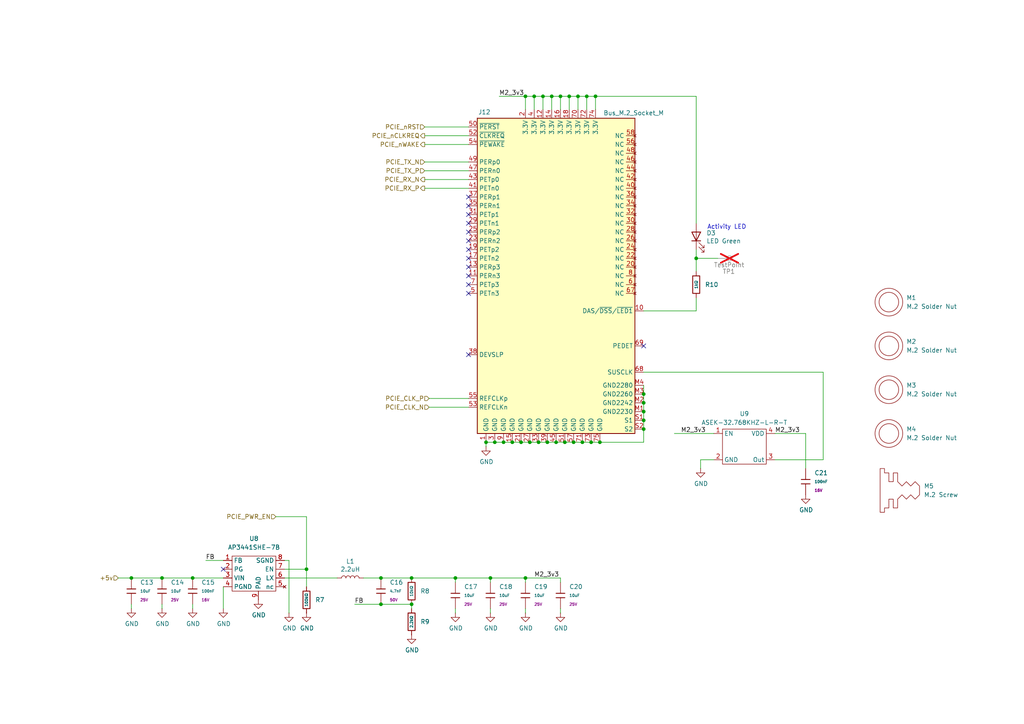
<source format=kicad_sch>
(kicad_sch (version 20250114) (generator "eeschema") (generator_version "9.0")
  (paper "A4")
  (title_block (title "PCIE Highspeed Data") (rev "1") (company "Maxwell Stoughton") (comment 1 "mstoughton.org"))
  (lib_symbols
    (symbol "CM5IO:AP3441SHE-7B"
      (property "Reference" "U10" (at 0 11.43 0))
      (property "Value" "AP3441SHE-7B" (at 0 8.89 0))
      (symbol "AP3441SHE-7B_0_1"
        (rectangle (start -6.35 6.35) (end 6.35 -3.81))
      )
      (symbol "AP3441SHE-7B_1_1"
        (pin passive line (at -8.89 5.08 0) (length 2.54) (name "FB") (number "1"))
        (pin open_collector line (at -8.89 2.54 0) (length 2.54) (name "PG") (number "2"))
        (pin input line (at -8.89 0 0) (length 2.54) (name "VIN") (number "3"))
        (pin power_in line (at -8.89 -2.54 0) (length 2.54) (name "PGND") (number "4"))
        (pin input line (at 1.27 -6.35 90) (length 2.54) (name "PAD") (number "9"))
        (pin power_in line (at 8.89 5.08 180) (length 2.54) (name "SGND") (number "8"))
        (pin input line (at 8.89 2.54 180) (length 2.54) (name "EN") (number "7"))
        (pin power_out line (at 8.89 0 180) (length 2.54) (name "LX") (number "6"))
        (pin no_connect line (at 8.89 -2.54 180) (length 2.54) (name "nc") (number "5"))
      )
    )
    (symbol "CM5IO:ASEK-32.768KHZ-L-R-T"
      (property "Reference" "U11" (at 0 9.525 0))
      (property "Value" "ASEK-32.768KHZ-L-R-T" (at 0 6.985 0))
      (symbol "ASEK-32.768KHZ-L-R-T_0_1"
        (rectangle (start -6.35 5.08) (end 6.35 -5.08))
      )
      (symbol "ASEK-32.768KHZ-L-R-T_1_1"
        (pin input line (at -8.89 3.81 0) (length 2.54) (name "EN") (number "1"))
        (pin power_in line (at -8.89 -3.81 0) (length 2.54) (name "GND") (number "2"))
        (pin passive line (at 8.89 3.81 180) (length 2.54) (name "VDD") (number "4"))
        (pin output line (at 8.89 -3.81 180) (length 2.54) (name "Out") (number "3"))
      )
    )
    (symbol "CM5IO:Bus_M.2_Socket_M"
      (property "Reference" "J15" (at -22.606 47.498 0))
      (property "Value" "Bus_M.2_Socket_M" (at 13.716 47.244 0))
      (symbol "Bus_M.2_Socket_M_0_1"
        (rectangle (start -22.86 45.72) (end 22.86 -45.72) (stroke (width 0.254)) (fill (type background)))
      )
      (symbol "Bus_M.2_Socket_M_1_1"
        (pin input line (at -25.4 43.18 0) (length 2.54) (name "~{PERST}") (number "50"))
        (pin bidirectional line (at -25.4 40.64 0) (length 2.54) (name "~{CLKREQ}") (number "52"))
        (pin bidirectional line (at -25.4 38.1 0) (length 2.54) (name "~{PEWAKE}") (number "54"))
        (pin input line (at -25.4 33.02 0) (length 2.54) (name "PERp0") (number "49"))
        (pin input line (at -25.4 30.48 0) (length 2.54) (name "PERn0") (number "47"))
        (pin output line (at -25.4 27.94 0) (length 2.54) (name "PETp0") (number "43"))
        (pin output line (at -25.4 25.4 0) (length 2.54) (name "PETn0") (number "41"))
        (pin input line (at -25.4 22.86 0) (length 2.54) (name "PERp1") (number "37"))
        (pin input line (at -25.4 20.32 0) (length 2.54) (name "PERn1") (number "35"))
        (pin output line (at -25.4 17.78 0) (length 2.54) (name "PETp1") (number "31"))
        (pin output line (at -25.4 15.24 0) (length 2.54) (name "PETn1") (number "29"))
        (pin input line (at -25.4 12.7 0) (length 2.54) (name "PERp2") (number "25"))
        (pin input line (at -25.4 10.16 0) (length 2.54) (name "PERn2") (number "23"))
        (pin output line (at -25.4 7.62 0) (length 2.54) (name "PETp2") (number "19"))
        (pin output line (at -25.4 5.08 0) (length 2.54) (name "PETn2") (number "17"))
        (pin input line (at -25.4 2.54 0) (length 2.54) (name "PERp3") (number "13"))
        (pin input line (at -25.4 0 0) (length 2.54) (name "PERn3") (number "11"))
        (pin output line (at -25.4 -2.54 0) (length 2.54) (name "PETp3") (number "7"))
        (pin output line (at -25.4 -5.08 0) (length 2.54) (name "PETn3") (number "5"))
        (pin input line (at -25.4 -22.86 0) (length 2.54) (name "DEVSLP") (number "38"))
        (pin input line (at -25.4 -35.56 0) (length 2.54) (name "REFCLKp") (number "55"))
        (pin input line (at -25.4 -38.1 0) (length 2.54) (name "REFCLKn") (number "53"))
        (pin power_in line (at -20.32 -48.26 90) (length 2.54) (name "GND") (number "1"))
        (pin power_in line (at -17.78 -48.26 90) (length 2.54) (name "GND") (number "3"))
        (pin power_in line (at -15.24 -48.26 90) (length 2.54) (name "GND") (number "9"))
        (pin power_in line (at -12.7 -48.26 90) (length 2.54) (name "GND") (number "15"))
        (pin power_in line (at -10.16 -48.26 90) (length 2.54) (name "GND") (number "21"))
        (pin passive line (at -8.89 48.26 270) (length 2.54) (name "3.3V") (number "2"))
        (pin power_in line (at -7.62 -48.26 90) (length 2.54) (name "GND") (number "27"))
        (pin passive line (at -6.35 48.26 270) (length 2.54) (name "3.3V") (number "4"))
        (pin power_in line (at -5.08 -48.26 90) (length 2.54) (name "GND") (number "33"))
        (pin passive line (at -3.81 48.26 270) (length 2.54) (name "3.3V") (number "12"))
        (pin power_in line (at -2.54 -48.26 90) (length 2.54) (name "GND") (number "39"))
        (pin passive line (at -1.27 48.26 270) (length 2.54) (name "3.3V") (number "14"))
        (pin power_in line (at 0 -48.26 90) (length 2.54) (name "GND") (number "45"))
        (pin passive line (at 1.27 48.26 270) (length 2.54) (name "3.3V") (number "16"))
        (pin power_in line (at 2.54 -48.26 90) (length 2.54) (name "GND") (number "51"))
        (pin passive line (at 3.81 48.26 270) (length 2.54) (name "3.3V") (number "18"))
        (pin power_in line (at 5.08 -48.26 90) (length 2.54) (name "GND") (number "57"))
        (pin passive line (at 6.35 48.26 270) (length 2.54) (name "3.3V") (number "70"))
        (pin power_in line (at 7.62 -48.26 90) (length 2.54) (name "GND") (number "71"))
        (pin passive line (at 8.89 48.26 270) (length 2.54) (name "3.3V") (number "72"))
        (pin power_in line (at 10.16 -48.26 90) (length 2.54) (name "GND") (number "73"))
        (pin passive line (at 11.43 48.26 270) (length 2.54) (name "3.3V") (number "74"))
        (pin power_in line (at 12.7 -48.26 90) (length 2.54) (name "GND") (number "75"))
        (pin no_connect line (at 22.86 40.64 180) (length 2.54) (name "NC") (number "58"))
        (pin no_connect line (at 22.86 38.1 180) (length 2.54) (name "NC") (number "56"))
        (pin no_connect line (at 22.86 35.56 180) (length 2.54) (name "NC") (number "48"))
        (pin no_connect line (at 22.86 33.02 180) (length 2.54) (name "NC") (number "46"))
        (pin no_connect line (at 22.86 30.48 180) (length 2.54) (name "NC") (number "44"))
        (pin no_connect line (at 22.86 27.94 180) (length 2.54) (name "NC") (number "42"))
        (pin no_connect line (at 22.86 25.4 180) (length 2.54) (name "NC") (number "40"))
        (pin no_connect line (at 22.86 22.86 180) (length 2.54) (name "NC") (number "36"))
        (pin no_connect line (at 22.86 20.32 180) (length 2.54) (name "NC") (number "34"))
        (pin no_connect line (at 22.86 17.78 180) (length 2.54) (name "NC") (number "32"))
        (pin no_connect line (at 22.86 15.24 180) (length 2.54) (name "NC") (number "30"))
        (pin no_connect line (at 22.86 12.7 180) (length 2.54) (name "NC") (number "28"))
        (pin no_connect line (at 22.86 10.16 180) (length 2.54) (name "NC") (number "26"))
        (pin no_connect line (at 22.86 7.62 180) (length 2.54) (name "NC") (number "24"))
        (pin no_connect line (at 22.86 5.08 180) (length 2.54) (name "NC") (number "22"))
        (pin no_connect line (at 22.86 2.54 180) (length 2.54) (name "NC") (number "20"))
        (pin no_connect line (at 22.86 0 180) (length 2.54) (name "NC") (number "8"))
        (pin no_connect line (at 22.86 -2.54 180) (length 2.54) (name "NC") (number "6"))
        (pin no_connect line (at 22.86 -5.08 180) (length 2.54) (name "NC") (number "67"))
        (pin bidirectional line (at 25.4 -10.16 180) (length 2.54) (name "DAS/~{DSS}/~{LED1}") (number "10"))
        (pin passive line (at 25.4 -20.32 180) (length 2.54) (name "PEDET") (number "69"))
        (pin input line (at 25.4 -27.94 180) (length 2.54) (name "SUSCLK") (number "68"))
        (pin passive line (at 25.4 -31.75 180) (length 2.54) (name "GND2280") (number "M4"))
        (pin passive line (at 25.4 -34.29 180) (length 2.54) (name "GND2260") (number "M3"))
        (pin passive line (at 25.4 -36.83 180) (length 2.54) (name "GND2242") (number "M2"))
        (pin passive line (at 25.4 -39.37 180) (length 2.54) (name "GND2230") (number "M1"))
        (pin passive line (at 25.4 -41.91 180) (length 2.54) (name "S1") (number "S1"))
        (pin passive line (at 25.4 -44.45 180) (length 2.54) (name "S2") (number "S2"))
      )
    )
    (symbol "CM5IO:M.2_Screw" (pin_numbers (hide yes)) (pin_names (offset 0) (hide yes)) (on_board no)
      (property "Reference" "M" (at -0.254 -6.35 0))
      (property "Value" "M.2 Screw" (at 0.254 -8.636 0))
      (symbol "M.2_Screw_0_1"
        (polyline (pts (xy -5.08 0) (xy -5.08 -6.35) (xy -3.81 -6.35) (xy -3.81 -5.08) (xy -2.54 -5.08) (xy -2.54 -2.54) (xy -1.27 -2.54) (xy -1.27 -5.08) (xy 0 -5.08) (xy 0 -2.54) (xy 1.27 -1.27) (xy 2.54 -2.54) (xy 3.81 -1.27) (xy 5.08 -2.54) (xy 6.35 -1.27) (xy 6.35 1.27) (xy 5.08 2.54) (xy 3.81 1.27) (xy 2.54 2.54) (xy 1.27 1.27) (xy 0 2.54) (xy 0 5.08) (xy -1.27 5.08) (xy -1.27 2.54) (xy -2.54 2.54) (xy -2.54 5.08) (xy -3.81 5.08) (xy -3.81 6.35) (xy -5.08 6.35) (xy -5.08 0)))
      )
    )
    (symbol "CM5IO:SolderNut" (pin_numbers (hide yes)) (pin_names (offset 0) (hide yes)) (exclude_from_sim yes) (on_board no)
      (property "Reference" "M" (at -6.35 -3.556 0))
      (property "Value" "M.2 Solder Nut" (at 0.254 -5.842 0))
      (symbol "SolderNut_0_1"
        (circle (center 0 0) (radius 2.8398))
        (circle (center 0 0) (radius 4.0161))
      )
    )
    (symbol "Connector:TestPoint" (pin_numbers (hide yes)) (pin_names (offset 0.762) (hide yes))
      (property "Reference" "TP" (at 0 6.858 0))
      (property "Value" "TestPoint" (at 0 5.08 0))
      (symbol "TestPoint_0_1"
        (circle (center 0 3.302) (radius 0.762))
      )
      (symbol "TestPoint_1_1"
        (pin passive line (at 0 0 90) (length 2.54) (name "1") (number "1"))
      )
    )
    (symbol "Device:L" (pin_numbers (hide yes)) (pin_names (offset 1.016) (hide yes))
      (property "Reference" "L" (at -1.27 0 90))
      (property "Value" "L" (at 1.905 0 90))
      (symbol "L_0_1"
        (arc (start 0 2.54) (mid 0.6323 1.905) (end 0 1.27))
        (arc (start 0 1.27) (mid 0.6323 0.635) (end 0 0))
        (arc (start 0 0) (mid 0.6323 -0.635) (end 0 -1.27))
        (arc (start 0 -1.27) (mid 0.6323 -1.905) (end 0 -2.54))
      )
      (symbol "L_1_1"
        (pin passive line (at 0 3.81 270) (length 1.27) (name "1") (number "1"))
        (pin passive line (at 0 -3.81 90) (length 1.27) (name "2") (number "2"))
      )
    )
    (symbol "Device:LED" (pin_numbers (hide yes)) (pin_names (offset 1.016) (hide yes))
      (property "Reference" "D" (at 0 2.54 0))
      (property "Value" "LED" (at 0 -2.54 0))
      (symbol "LED_0_1"
        (polyline (pts (xy -3.048 -0.762) (xy -4.572 -2.286) (xy -3.81 -2.286) (xy -4.572 -2.286) (xy -4.572 -1.524)))
        (polyline (pts (xy -1.778 -0.762) (xy -3.302 -2.286) (xy -2.54 -2.286) (xy -3.302 -2.286) (xy -3.302 -1.524)))
        (polyline (pts (xy -1.27 0) (xy 1.27 0)))
        (polyline (pts (xy -1.27 -1.27) (xy -1.27 1.27)) (stroke (width 0.254)))
        (polyline (pts (xy 1.27 -1.27) (xy 1.27 1.27) (xy -1.27 0) (xy 1.27 -1.27)) (stroke (width 0.254)))
      )
      (symbol "LED_1_1"
        (pin passive line (at -3.81 0 0) (length 2.54) (name "K") (number "1"))
        (pin passive line (at 3.81 0 180) (length 2.54) (name "A") (number "2"))
      )
    )
    (symbol "PCM_JLCPCB-Capacitors:0402,100nF" (pin_numbers (hide yes)) (pin_names (offset 0))
      (property "Reference" "C" (at 2.032 1.668 0))
      (property "Value" "100nF" (at 2.032 -0.3782 0))
      (property "Voltage Rated" "16V" (at 2.032 -2.0462 0))
      (symbol "0402,100nF_0_1"
        (polyline (pts (xy -1.27 0.635) (xy 1.27 0.635)) (stroke (width 0.254)))
        (polyline (pts (xy -1.27 -0.635) (xy 1.27 -0.635)) (stroke (width 0.254)))
      )
      (symbol "0402,100nF_1_1"
        (pin passive line (at 0 3.81 270) (length 3.175) (name "~") (number "1"))
        (pin passive line (at 0 -3.81 90) (length 3.175) (name "~") (number "2"))
      )
    )
    (symbol "PCM_JLCPCB-Capacitors:0402,4.7nF" (pin_numbers (hide yes)) (pin_names (offset 0))
      (property "Reference" "C" (at 2.032 1.668 0))
      (property "Value" "4.7nF" (at 2.032 -0.3782 0))
      (property "Voltage Rated" "50V" (at 2.032 -2.0462 0))
      (symbol "0402,4.7nF_0_1"
        (polyline (pts (xy -1.27 0.635) (xy 1.27 0.635)) (stroke (width 0.254)))
        (polyline (pts (xy -1.27 -0.635) (xy 1.27 -0.635)) (stroke (width 0.254)))
      )
      (symbol "0402,4.7nF_1_1"
        (pin passive line (at 0 3.81 270) (length 3.175) (name "~") (number "1"))
        (pin passive line (at 0 -3.81 90) (length 3.175) (name "~") (number "2"))
      )
    )
    (symbol "PCM_JLCPCB-Capacitors:0805,10uF" (pin_numbers (hide yes)) (pin_names (offset 0))
      (property "Reference" "C" (at 2.032 1.668 0))
      (property "Value" "10uF" (at 2.032 -0.3782 0))
      (property "Voltage Rated" "25V" (at 2.032 -2.0462 0))
      (symbol "0805,10uF_0_1"
        (polyline (pts (xy -1.27 0.635) (xy 1.27 0.635)) (stroke (width 0.254)))
        (polyline (pts (xy -1.27 -0.635) (xy 1.27 -0.635)) (stroke (width 0.254)))
      )
      (symbol "0805,10uF_1_1"
        (pin passive line (at 0 3.81 270) (length 3.175) (name "~") (number "1"))
        (pin passive line (at 0 -3.81 90) (length 3.175) (name "~") (number "2"))
      )
    )
    (symbol "PCM_JLCPCB-Resistors:0402,100kΩ" (pin_numbers (hide yes)) (pin_names (offset 0))
      (property "Reference" "R" (at 1.778 0 0))
      (property "Value" "100kΩ" (at 0 0 90))
      (symbol "0402,100kΩ_0_1"
        (rectangle (start -1.016 2.54) (end 1.016 -2.54) (stroke (width 0.254)))
      )
      (symbol "0402,100kΩ_1_1"
        (pin passive line (at 0 3.81 270) (length 1.27) (name "~") (number "1"))
        (pin passive line (at 0 -3.81 90) (length 1.27) (name "~") (number "2"))
      )
    )
    (symbol "PCM_JLCPCB-Resistors:0402,10kΩ" (pin_numbers (hide yes)) (pin_names (offset 0))
      (property "Reference" "R" (at 1.778 0 0))
      (property "Value" "10kΩ" (at 0 0 90))
      (symbol "0402,10kΩ_0_1"
        (rectangle (start -1.016 2.54) (end 1.016 -2.54) (stroke (width 0.254)))
      )
      (symbol "0402,10kΩ_1_1"
        (pin passive line (at 0 3.81 270) (length 1.27) (name "~") (number "1"))
        (pin passive line (at 0 -3.81 90) (length 1.27) (name "~") (number "2"))
      )
    )
    (symbol "PCM_JLCPCB-Resistors:0402,1kΩ" (pin_numbers (hide yes)) (pin_names (offset 0))
      (property "Reference" "R" (at 1.778 0 0))
      (property "Value" "1kΩ" (at 0 0 90))
      (symbol "0402,1kΩ_0_1"
        (rectangle (start -1.016 2.54) (end 1.016 -2.54) (stroke (width 0.254)))
      )
      (symbol "0402,1kΩ_1_1"
        (pin passive line (at 0 3.81 270) (length 1.27) (name "~") (number "1"))
        (pin passive line (at 0 -3.81 90) (length 1.27) (name "~") (number "2"))
      )
    )
    (symbol "PCM_JLCPCB-Resistors:0402,2.2kΩ" (pin_numbers (hide yes)) (pin_names (offset 0))
      (property "Reference" "R" (at 1.778 0 0))
      (property "Value" "2.2kΩ" (at 0 0 90))
      (symbol "0402,2.2kΩ_0_1"
        (rectangle (start -1.016 2.54) (end 1.016 -2.54) (stroke (width 0.254)))
      )
      (symbol "0402,2.2kΩ_1_1"
        (pin passive line (at 0 3.81 270) (length 1.27) (name "~") (number "1"))
        (pin passive line (at 0 -3.81 90) (length 1.27) (name "~") (number "2"))
      )
    )
    (symbol "power:GND" (power) (pin_numbers (hide yes)) (pin_names (offset 0) (hide yes))
      (property "Value" "GND" (at 0 -3.81 0))
      (symbol "GND_0_1"
        (polyline (pts (xy 0 0) (xy 0 -1.27) (xy 1.27 -1.27) (xy 0 -2.54) (xy -1.27 -1.27) (xy 0 -1.27)))
      )
      (symbol "GND_1_1"
        (pin power_in line (at 0 0 270) (length 0) (name "~") (number "1"))
      )
    )
  )
  (text "Activity LED" (at 205.105 66.675 0) (effects (font (size 1.27 1.27)) (justify left bottom)))
  (junction (at 156.21 128.27))
  (junction (at 170.18 27.94))
  (junction (at 110.49 175.26))
  (junction (at 143.51 128.27))
  (junction (at 171.45 128.27))
  (junction (at 165.1 27.94))
  (junction (at 158.75 128.27))
  (junction (at 153.67 128.27))
  (junction (at 173.99 128.27))
  (junction (at 55.88 167.64))
  (junction (at 132.08 167.64))
  (junction (at 88.9 165.1))
  (junction (at 154.94 27.94))
  (junction (at 142.24 167.64))
  (junction (at 186.69 121.92))
  (junction (at 186.69 116.84))
  (junction (at 38.1 167.64))
  (junction (at 119.38 175.26))
  (junction (at 166.37 128.27))
  (junction (at 146.05 128.27))
  (junction (at 152.4 27.94))
  (junction (at 46.99 167.64))
  (junction (at 163.83 128.27))
  (junction (at 148.59 128.27))
  (junction (at 119.38 167.64))
  (junction (at 167.64 27.94))
  (junction (at 161.29 128.27))
  (junction (at 186.69 124.46))
  (junction (at 186.69 114.3))
  (junction (at 140.97 128.27))
  (junction (at 160.02 27.94))
  (junction (at 162.56 27.94))
  (junction (at 186.69 119.38))
  (junction (at 110.49 167.64))
  (junction (at 201.93 74.93))
  (junction (at 152.4 167.64))
  (junction (at 172.72 27.94))
  (junction (at 151.13 128.27))
  (junction (at 168.91 128.27))
  (junction (at 157.48 27.94))
  (no_connect (at 64.77 165.1))
  (no_connect (at 135.89 80.01))
  (no_connect (at 135.89 85.09))
  (no_connect (at 135.89 72.39))
  (no_connect (at 135.89 82.55))
  (no_connect (at 135.89 57.15))
  (no_connect (at 135.89 102.87))
  (no_connect (at 135.89 77.47))
  (no_connect (at 186.69 100.33))
  (no_connect (at 135.89 67.31))
  (no_connect (at 135.89 62.23))
  (no_connect (at 135.89 74.93))
  (no_connect (at 135.89 69.85))
  (no_connect (at 135.89 64.77))
  (no_connect (at 135.89 59.69))
  (wire (pts (xy 186.69 124.46) (xy 186.69 128.27)))
  (wire (pts (xy 140.97 128.27) (xy 143.51 128.27)))
  (wire (pts (xy 167.64 27.94) (xy 170.18 27.94)))
  (wire (pts (xy 162.56 27.94) (xy 162.56 31.75)))
  (wire (pts (xy 195.58 125.73) (xy 207.01 125.73)))
  (wire (pts (xy 201.93 27.94) (xy 201.93 64.77)))
  (wire (pts (xy 105.41 167.64) (xy 110.49 167.64)))
  (wire (pts (xy 152.4 27.94) (xy 154.94 27.94)))
  (wire (pts (xy 173.99 128.27) (xy 171.45 128.27)))
  (wire (pts (xy 123.19 52.07) (xy 135.89 52.07)))
  (wire (pts (xy 142.24 167.64) (xy 152.4 167.64)))
  (wire (pts (xy 88.9 165.1) (xy 88.9 170.18)))
  (wire (pts (xy 152.4 167.64) (xy 162.56 167.64)))
  (wire (pts (xy 124.46 115.57) (xy 135.89 115.57)))
  (wire (pts (xy 59.69 162.56) (xy 64.77 162.56)))
  (wire (pts (xy 135.89 46.99) (xy 123.19 46.99)))
  (wire (pts (xy 156.21 128.27) (xy 153.67 128.27)))
  (wire (pts (xy 55.88 175.26) (xy 55.88 176.53)))
  (wire (pts (xy 154.94 27.94) (xy 157.48 27.94)))
  (wire (pts (xy 186.69 119.38) (xy 186.69 121.92)))
  (wire (pts (xy 186.69 121.92) (xy 186.69 124.46)))
  (wire (pts (xy 165.1 27.94) (xy 165.1 31.75)))
  (wire (pts (xy 123.19 54.61) (xy 135.89 54.61)))
  (wire (pts (xy 171.45 128.27) (xy 168.91 128.27)))
  (wire (pts (xy 123.19 49.53) (xy 135.89 49.53)))
  (wire (pts (xy 34.29 167.64) (xy 38.1 167.64)))
  (wire (pts (xy 201.93 90.17) (xy 201.93 86.36)))
  (wire (pts (xy 172.72 27.94) (xy 201.93 27.94)))
  (wire (pts (xy 82.55 165.1) (xy 88.9 165.1)))
  (wire (pts (xy 132.08 167.64) (xy 142.24 167.64)))
  (wire (pts (xy 186.69 116.84) (xy 186.69 119.38)))
  (wire (pts (xy 55.88 167.64) (xy 64.77 167.64)))
  (wire (pts (xy 167.64 27.94) (xy 167.64 31.75)))
  (wire (pts (xy 186.69 114.3) (xy 186.69 116.84)))
  (wire (pts (xy 152.4 167.64) (xy 152.4 168.91)))
  (wire (pts (xy 186.69 128.27) (xy 173.99 128.27)))
  (wire (pts (xy 168.91 128.27) (xy 166.37 128.27)))
  (wire (pts (xy 110.49 167.64) (xy 119.38 167.64)))
  (wire (pts (xy 152.4 176.53) (xy 152.4 177.8)))
  (wire (pts (xy 158.75 128.27) (xy 161.29 128.27)))
  (wire (pts (xy 166.37 128.27) (xy 163.83 128.27)))
  (wire (pts (xy 170.18 27.94) (xy 172.72 27.94)))
  (wire (pts (xy 82.55 167.64) (xy 97.79 167.64)))
  (wire (pts (xy 201.93 74.93) (xy 208.28 74.93)))
  (wire (pts (xy 238.76 133.35) (xy 224.79 133.35)))
  (wire (pts (xy 157.48 27.94) (xy 160.02 27.94)))
  (wire (pts (xy 203.2 135.89) (xy 203.2 133.35)))
  (wire (pts (xy 157.48 27.94) (xy 157.48 31.75)))
  (wire (pts (xy 186.69 111.76) (xy 186.69 114.3)))
  (wire (pts (xy 152.4 27.94) (xy 152.4 31.75)))
  (wire (pts (xy 38.1 167.64) (xy 46.99 167.64)))
  (wire (pts (xy 46.99 167.64) (xy 55.88 167.64)))
  (wire (pts (xy 119.38 167.64) (xy 132.08 167.64)))
  (wire (pts (xy 88.9 149.86) (xy 88.9 165.1)))
  (wire (pts (xy 172.72 27.94) (xy 172.72 31.75)))
  (wire (pts (xy 124.46 118.11) (xy 135.89 118.11)))
  (wire (pts (xy 102.87 175.26) (xy 110.49 175.26)))
  (wire (pts (xy 123.19 39.37) (xy 135.89 39.37)))
  (wire (pts (xy 38.1 175.26) (xy 38.1 176.53)))
  (wire (pts (xy 123.19 41.91) (xy 135.89 41.91)))
  (wire (pts (xy 132.08 168.91) (xy 132.08 167.64)))
  (wire (pts (xy 146.05 128.27) (xy 143.51 128.27)))
  (wire (pts (xy 110.49 175.26) (xy 119.38 175.26)))
  (wire (pts (xy 82.55 162.56) (xy 83.82 162.56)))
  (wire (pts (xy 140.97 128.27) (xy 140.97 129.54)))
  (wire (pts (xy 148.59 128.27) (xy 151.13 128.27)))
  (wire (pts (xy 186.69 90.17) (xy 201.93 90.17)))
  (wire (pts (xy 144.78 27.94) (xy 152.4 27.94)))
  (wire (pts (xy 162.56 27.94) (xy 165.1 27.94)))
  (wire (pts (xy 186.69 107.95) (xy 238.76 107.95)))
  (wire (pts (xy 233.68 125.73) (xy 224.79 125.73)))
  (wire (pts (xy 142.24 167.64) (xy 142.24 168.91)))
  (wire (pts (xy 163.83 128.27) (xy 161.29 128.27)))
  (wire (pts (xy 80.01 149.86) (xy 88.9 149.86)))
  (wire (pts (xy 46.99 175.26) (xy 46.99 176.53)))
  (wire (pts (xy 151.13 128.27) (xy 153.67 128.27)))
  (wire (pts (xy 156.21 128.27) (xy 158.75 128.27)))
  (wire (pts (xy 132.08 177.8) (xy 132.08 176.53)))
  (wire (pts (xy 201.93 74.93) (xy 201.93 78.74)))
  (wire (pts (xy 160.02 27.94) (xy 160.02 31.75)))
  (wire (pts (xy 201.93 74.93) (xy 201.93 72.39)))
  (wire (pts (xy 162.56 176.53) (xy 162.56 177.8)))
  (wire (pts (xy 203.2 133.35) (xy 207.01 133.35)))
  (wire (pts (xy 233.68 135.89) (xy 233.68 125.73)))
  (wire (pts (xy 64.77 176.53) (xy 64.77 170.18)))
  (wire (pts (xy 162.56 167.64) (xy 162.56 168.91)))
  (wire (pts (xy 154.94 27.94) (xy 154.94 31.75)))
  (wire (pts (xy 142.24 176.53) (xy 142.24 177.8)))
  (wire (pts (xy 165.1 27.94) (xy 167.64 27.94)))
  (wire (pts (xy 119.38 176.53) (xy 119.38 175.26)))
  (wire (pts (xy 146.05 128.27) (xy 148.59 128.27)))
  (wire (pts (xy 123.19 36.83) (xy 135.89 36.83)))
  (wire (pts (xy 160.02 27.94) (xy 162.56 27.94)))
  (wire (pts (xy 170.18 27.94) (xy 170.18 31.75)))
  (wire (pts (xy 238.76 107.95) (xy 238.76 133.35)))
  (wire (pts (xy 83.82 162.56) (xy 83.82 177.8)))
  (label "M2_3v3" (at 154.94 167.64 0))
  (label "FB" (at 59.69 162.56 0))
  (label "M2_3v3" (at 224.79 125.73 0))
  (label "M2_3v3" (at 197.485 125.73 0))
  (label "M2_3v3" (at 144.78 27.94 0))
  (label "FB" (at 102.87 175.26 0))
  (hierarchical_label "PCIE_RX_N" (shape output) (at 123.19 52.07 180))
  (hierarchical_label "PCIE_CLK_N" (shape input) (at 124.46 118.11 180))
  (hierarchical_label "PCIE_TX_P" (shape input) (at 123.19 49.53 180))
  (hierarchical_label "PCIE_nCLKREQ" (shape output) (at 123.19 39.37 180))
  (hierarchical_label "PCIE_RX_P" (shape output) (at 123.19 54.61 180))
  (hierarchical_label "PCIE_PWR_EN" (shape input) (at 80.01 149.86 180))
  (hierarchical_label "PCIE_nWAKE" (shape output) (at 123.19 41.91 180))
  (hierarchical_label "PCIE_TX_N" (shape input) (at 123.19 46.99 180))
  (hierarchical_label "PCIE_nRST" (shape input) (at 123.19 36.83 180))
  (hierarchical_label "+5v" (shape input) (at 34.29 167.64 180))
  (hierarchical_label "PCIE_CLK_P" (shape input) (at 124.46 115.57 180))
  (symbol (lib_id "Device:LED") (at 201.93 68.58 90) (unit 1)
    (property "Reference" "D3" (at 204.9018 67.5894 90) (effects (justify right)))
    (property "Value" "LED Green" (at 204.9018 69.9008 90) (effects (justify right)))
    (property "Footprint" "LED_SMD:LED_0603_1608Metric" (effects (hide yes)))
    (property "Datasheet" "http://optoelectronics.liteon.com/upload/download/DS22-2000-226/LTST-S270KGKT.pdf" (effects (hide yes)))
    (property "Field4" "Digikey " (effects (hide yes)))
    (property "Field5" "LTST-S270KGKT" (effects (hide yes)))
    (property "Field6" "SML-A12M8TT86N" (effects (hide yes)))
    (property "Field7" "Rohm" (effects (hide yes)))
    (property "Field8" "650263301" (effects (hide yes)))
    (property "Part Description" "	Green 572nm LED Indication - Discrete 2.2V 2-SMD, No Lead" (effects (hide yes)))
  )
  (symbol (lib_id "PCM_JLCPCB-Resistors:0402,2.2kΩ") (at 119.38 180.34 0) (unit 1)
    (property "Reference" "R9" (at 121.92 180.3399 0) (effects (justify left)))
    (property "Value" "2.2kΩ" (at 119.38 180.34 90) (effects (font (size 0.8 0.8))))
    (property "Footprint" "PCM_JLCPCB:R_0402" (effects (hide yes)))
    (property "Datasheet" "https://www.lcsc.com/datasheet/lcsc_datasheet_2206010045_UNI-ROYAL-Uniroyal-Elec-0402WGF2201TCE_C25879.pdf" (effects (hide yes)))
    (property "Description" "62.5mW Thick Film Resistors 50V ±100ppm/°C ±1% 2.2kΩ 0402 Chip Resistor - Surface Mount ROHS" (effects (hide yes)))
    (property "LCSC" "C25879" (effects (hide yes)))
    (property "Stock" "2811503" (effects (hide yes)))
    (property "Price" "0.004USD" (effects (hide yes)))
    (property "Process" "SMT" (effects (hide yes)))
    (property "Minimum Qty" "20" (effects (hide yes)))
    (property "Attrition Qty" "10" (effects (hide yes)))
    (property "Class" "Basic Component" (effects (hide yes)))
    (property "Category" "Resistors,Chip Resistor - Surface Mount" (effects (hide yes)))
    (property "Manufacturer" "UNI-ROYAL(Uniroyal Elec)" (effects (hide yes)))
    (property "Part" "0402WGF2201TCE" (effects (hide yes)))
    (property "Resistance" "2.2kΩ" (effects (hide yes)))
    (property "Power(Watts)" "62.5mW" (effects (hide yes)))
    (property "Type" "Thick Film Resistors" (effects (hide yes)))
    (property "Overload Voltage (Max)" "50V" (effects (hide yes)))
    (property "Operating Temperature Range" "-55°C~+155°C" (effects (hide yes)))
    (property "Tolerance" "±1%" (effects (hide yes)))
    (property "Temperature Coefficient" "±100ppm/°C" (effects (hide yes)))
  )
  (symbol (lib_id "power:GND") (at 152.4 177.8 0) (unit 1)
    (property "Reference" "#PWR053" (effects (hide yes)))
    (property "Value" "GND" (at 152.527 182.1942 0))
    (property "Description" "Power symbol creates a global label with name \"GND\" , ground" (effects (hide yes)))
  )
  (symbol (lib_id "PCM_JLCPCB-Resistors:0402,1kΩ") (at 201.93 82.55 0) (unit 1)
    (property "Reference" "R10" (at 204.47 82.5499 0) (effects (justify left)))
    (property "Value" "1kΩ" (at 201.93 82.55 90) (effects (font (size 0.8 0.8))))
    (property "Footprint" "PCM_JLCPCB:R_0402" (effects (hide yes)))
    (property "Datasheet" "https://www.lcsc.com/datasheet/lcsc_datasheet_2206010216_UNI-ROYAL-Uniroyal-Elec-0402WGF1001TCE_C11702.pdf" (effects (hide yes)))
    (property "Description" "62.5mW Thick Film Resistors 50V ±100ppm/°C ±1% 1kΩ 0402 Chip Resistor - Surface Mount ROHS" (effects (hide yes)))
    (property "LCSC" "C11702" (effects (hide yes)))
    (property "Stock" "13195325" (effects (hide yes)))
    (property "Price" "0.004USD" (effects (hide yes)))
    (property "Process" "SMT" (effects (hide yes)))
    (property "Minimum Qty" "20" (effects (hide yes)))
    (property "Attrition Qty" "10" (effects (hide yes)))
    (property "Class" "Basic Component" (effects (hide yes)))
    (property "Category" "Resistors,Chip Resistor - Surface Mount" (effects (hide yes)))
    (property "Manufacturer" "UNI-ROYAL(Uniroyal Elec)" (effects (hide yes)))
    (property "Part" "0402WGF1001TCE" (effects (hide yes)))
    (property "Resistance" "1kΩ" (effects (hide yes)))
    (property "Power(Watts)" "62.5mW" (effects (hide yes)))
    (property "Type" "Thick Film Resistors" (effects (hide yes)))
    (property "Overload Voltage (Max)" "50V" (effects (hide yes)))
    (property "Operating Temperature Range" "-55°C~+155°C" (effects (hide yes)))
    (property "Tolerance" "±1%" (effects (hide yes)))
    (property "Temperature Coefficient" "±100ppm/°C" (effects (hide yes)))
  )
  (symbol (lib_id "Connector:TestPoint") (at 208.28 74.93 270) (unit 1) (in_bom no) (dnp yes)
    (property "Reference" "TP1" (at 209.55 78.74 90) (effects (justify left)))
    (property "Value" "TestPoint" (at 207.01 76.835 90) (effects (justify left)))
    (property "Footprint" "TestPoint:TestPoint_Pad_2.0x2.0mm" (effects (hide yes)))
    (property "Field4" "nf" (effects (hide yes)))
    (property "Field5" "nf" (effects (hide yes)))
    (property "Field6" "nf" (effects (hide yes)))
    (property "Field7" "nf" (effects (hide yes)))
    (property "Part Description" "Test point" (effects (hide yes)))
  )
  (symbol (lib_id "PCM_JLCPCB-Capacitors:0805,10uF") (at 132.08 172.72 0) (unit 1)
    (property "Reference" "C17" (at 134.62 170.1799 0) (effects (justify left)))
    (property "Value" "10uF" (at 134.62 172.72 0) (effects (font (size 0.8 0.8)) (justify left)))
    (property "Footprint" "PCM_JLCPCB:C_0805" (effects (hide yes)))
    (property "Datasheet" "https://www.lcsc.com/datasheet/lcsc_datasheet_2304140030_Samsung-Electro-Mechanics-CL21A106KAYNNNE_C15850.pdf" (effects (hide yes)))
    (property "Description" "25V 10uF X5R ±10% 0805 Multilayer Ceramic Capacitors MLCC - SMD/SMT ROHS" (effects (hide yes)))
    (property "LCSC" "C15850" (effects (hide yes)))
    (property "Stock" "6572470" (effects (hide yes)))
    (property "Price" "0.013USD" (effects (hide yes)))
    (property "Process" "SMT" (effects (hide yes)))
    (property "Minimum Qty" "20" (effects (hide yes)))
    (property "Attrition Qty" "10" (effects (hide yes)))
    (property "Class" "Basic Component" (effects (hide yes)))
    (property "Category" "Capacitors,Multilayer Ceramic Capacitors MLCC - SMD/SMT" (effects (hide yes)))
    (property "Manufacturer" "Samsung Electro-Mechanics" (effects (hide yes)))
    (property "Part" "CL21A106KAYNNNE" (effects (hide yes)))
    (property "Voltage Rated" "25V" (at 134.62 175.26 0) (effects (font (size 0.8 0.8)) (justify left)))
    (property "Tolerance" "±10%" (effects (hide yes)))
    (property "Capacitance" "10uF" (effects (hide yes)))
    (property "Temperature Coefficient" "X5R" (effects (hide yes)))
  )
  (symbol (lib_id "PCM_JLCPCB-Capacitors:0805,10uF") (at 162.56 172.72 0) (unit 1)
    (property "Reference" "C20" (at 165.1 170.1799 0) (effects (justify left)))
    (property "Value" "10uF" (at 165.1 172.72 0) (effects (font (size 0.8 0.8)) (justify left)))
    (property "Footprint" "PCM_JLCPCB:C_0805" (effects (hide yes)))
    (property "Datasheet" "https://www.lcsc.com/datasheet/lcsc_datasheet_2304140030_Samsung-Electro-Mechanics-CL21A106KAYNNNE_C15850.pdf" (effects (hide yes)))
    (property "Description" "25V 10uF X5R ±10% 0805 Multilayer Ceramic Capacitors MLCC - SMD/SMT ROHS" (effects (hide yes)))
    (property "LCSC" "C15850" (effects (hide yes)))
    (property "Stock" "6572470" (effects (hide yes)))
    (property "Price" "0.013USD" (effects (hide yes)))
    (property "Process" "SMT" (effects (hide yes)))
    (property "Minimum Qty" "20" (effects (hide yes)))
    (property "Attrition Qty" "10" (effects (hide yes)))
    (property "Class" "Basic Component" (effects (hide yes)))
    (property "Category" "Capacitors,Multilayer Ceramic Capacitors MLCC - SMD/SMT" (effects (hide yes)))
    (property "Manufacturer" "Samsung Electro-Mechanics" (effects (hide yes)))
    (property "Part" "CL21A106KAYNNNE" (effects (hide yes)))
    (property "Voltage Rated" "25V" (at 165.1 175.26 0) (effects (font (size 0.8 0.8)) (justify left)))
    (property "Tolerance" "±10%" (effects (hide yes)))
    (property "Capacitance" "10uF" (effects (hide yes)))
    (property "Temperature Coefficient" "X5R" (effects (hide yes)))
  )
  (symbol (lib_id "power:GND") (at 46.99 176.53 0) (unit 1)
    (property "Reference" "#PWR043" (effects (hide yes)))
    (property "Value" "GND" (at 47.117 180.9242 0))
    (property "Description" "Power symbol creates a global label with name \"GND\" , ground" (effects (hide yes)))
  )
  (symbol (lib_id "PCM_JLCPCB-Capacitors:0805,10uF") (at 152.4 172.72 0) (unit 1)
    (property "Reference" "C19" (at 154.94 170.1799 0) (effects (justify left)))
    (property "Value" "10uF" (at 154.94 172.72 0) (effects (font (size 0.8 0.8)) (justify left)))
    (property "Footprint" "PCM_JLCPCB:C_0805" (effects (hide yes)))
    (property "Datasheet" "https://www.lcsc.com/datasheet/lcsc_datasheet_2304140030_Samsung-Electro-Mechanics-CL21A106KAYNNNE_C15850.pdf" (effects (hide yes)))
    (property "Description" "25V 10uF X5R ±10% 0805 Multilayer Ceramic Capacitors MLCC - SMD/SMT ROHS" (effects (hide yes)))
    (property "LCSC" "C15850" (effects (hide yes)))
    (property "Stock" "6572470" (effects (hide yes)))
    (property "Price" "0.013USD" (effects (hide yes)))
    (property "Process" "SMT" (effects (hide yes)))
    (property "Minimum Qty" "20" (effects (hide yes)))
    (property "Attrition Qty" "10" (effects (hide yes)))
    (property "Class" "Basic Component" (effects (hide yes)))
    (property "Category" "Capacitors,Multilayer Ceramic Capacitors MLCC - SMD/SMT" (effects (hide yes)))
    (property "Manufacturer" "Samsung Electro-Mechanics" (effects (hide yes)))
    (property "Part" "CL21A106KAYNNNE" (effects (hide yes)))
    (property "Voltage Rated" "25V" (at 154.94 175.26 0) (effects (font (size 0.8 0.8)) (justify left)))
    (property "Tolerance" "±10%" (effects (hide yes)))
    (property "Capacitance" "10uF" (effects (hide yes)))
    (property "Temperature Coefficient" "X5R" (effects (hide yes)))
  )
  (symbol (lib_id "power:GND") (at 140.97 129.54 0) (unit 1)
    (property "Reference" "#PWR051" (effects (hide yes)))
    (property "Value" "GND" (at 141.097 133.9342 0))
    (property "Description" "Power symbol creates a global label with name \"GND\" , ground" (effects (hide yes)))
  )
  (symbol (lib_id "power:GND") (at 162.56 177.8 0) (unit 1)
    (property "Reference" "#PWR054" (effects (hide yes)))
    (property "Value" "GND" (at 162.687 182.1942 0))
    (property "Description" "Power symbol creates a global label with name \"GND\" , ground" (effects (hide yes)))
  )
  (symbol (lib_id "CM5IO:SolderNut") (at 257.81 113.03 0) (unit 1) (exclude_from_sim yes) (on_board no)
    (property "Reference" "M3" (at 262.89 111.7599 0) (effects (justify left)))
    (property "Value" "M.2 Solder Nut" (at 262.89 114.2999 0) (effects (justify left)))
    (property "Part Description" "Solder nut for M.2 slot" (effects (hide yes)))
  )
  (symbol (lib_id "Device:L") (at 101.6 167.64 90) (unit 1)
    (property "Reference" "L1" (at 101.6 162.814 90))
    (property "Value" "2.2uH" (at 101.6 165.1254 90))
    (property "Footprint" "CM5IO:L_Bourns_SRP5030CC" (effects (hide yes)))
    (property "Datasheet" "https://www.bourns.com/docs/product-datasheets/srp5030cc.pdf" (effects (hide yes)))
    (property "Field6" "SRP5030CC-2R2M" (effects (hide yes)))
    (property "Field7" "Bourns" (effects (hide yes)))
    (property "Part Description" "Inductor, SMT, 2520, 2u2, IRMS=7A, ISAT=8A, DCR=0.032R" (effects (hide yes)))
    (property "Field5" "SRP5030CC-2R2M" (effects (hide yes)))
  )
  (symbol (lib_id "power:GND") (at 64.77 176.53 0) (unit 1)
    (property "Reference" "#PWR045" (effects (hide yes)))
    (property "Value" "GND" (at 64.897 180.9242 0))
    (property "Description" "Power symbol creates a global label with name \"GND\" , ground" (effects (hide yes)))
  )
  (symbol (lib_id "PCM_JLCPCB-Capacitors:0402,100nF") (at 55.88 171.45 0) (unit 1)
    (property "Reference" "C15" (at 58.42 168.9099 0) (effects (justify left)))
    (property "Value" "100nF" (at 58.42 171.45 0) (effects (font (size 0.8 0.8)) (justify left)))
    (property "Footprint" "PCM_JLCPCB:C_0402" (effects (hide yes)))
    (property "Datasheet" "https://www.lcsc.com/datasheet/lcsc_datasheet_2304140030_Samsung-Electro-Mechanics-CL05B104KO5NNNC_C1525.pdf" (effects (hide yes)))
    (property "Description" "16V 100nF X7R ±10% 0402 Multilayer Ceramic Capacitors MLCC - SMD/SMT ROHS" (effects (hide yes)))
    (property "LCSC" "C1525" (effects (hide yes)))
    (property "Stock" "17143248" (effects (hide yes)))
    (property "Price" "0.004USD" (effects (hide yes)))
    (property "Process" "SMT" (effects (hide yes)))
    (property "Minimum Qty" "20" (effects (hide yes)))
    (property "Attrition Qty" "10" (effects (hide yes)))
    (property "Class" "Basic Component" (effects (hide yes)))
    (property "Category" "Capacitors,Multilayer Ceramic Capacitors MLCC - SMD/SMT" (effects (hide yes)))
    (property "Manufacturer" "Samsung Electro-Mechanics" (effects (hide yes)))
    (property "Part" "CL05B104KO5NNNC" (effects (hide yes)))
    (property "Voltage Rated" "16V" (at 58.42 173.99 0) (effects (font (size 0.8 0.8)) (justify left)))
    (property "Tolerance" "±10%" (effects (hide yes)))
    (property "Capacitance" "100nF" (effects (hide yes)))
    (property "Temperature Coefficient" "X7R" (effects (hide yes)))
  )
  (symbol (lib_id "PCM_JLCPCB-Capacitors:0805,10uF") (at 38.1 171.45 0) (unit 1)
    (property "Reference" "C13" (at 40.64 168.9099 0) (effects (justify left)))
    (property "Value" "10uF" (at 40.64 171.45 0) (effects (font (size 0.8 0.8)) (justify left)))
    (property "Footprint" "PCM_JLCPCB:C_0805" (effects (hide yes)))
    (property "Datasheet" "https://www.lcsc.com/datasheet/lcsc_datasheet_2304140030_Samsung-Electro-Mechanics-CL21A106KAYNNNE_C15850.pdf" (effects (hide yes)))
    (property "Description" "25V 10uF X5R ±10% 0805 Multilayer Ceramic Capacitors MLCC - SMD/SMT ROHS" (effects (hide yes)))
    (property "LCSC" "C15850" (effects (hide yes)))
    (property "Stock" "6572470" (effects (hide yes)))
    (property "Price" "0.013USD" (effects (hide yes)))
    (property "Process" "SMT" (effects (hide yes)))
    (property "Minimum Qty" "20" (effects (hide yes)))
    (property "Attrition Qty" "10" (effects (hide yes)))
    (property "Class" "Basic Component" (effects (hide yes)))
    (property "Category" "Capacitors,Multilayer Ceramic Capacitors MLCC - SMD/SMT" (effects (hide yes)))
    (property "Manufacturer" "Samsung Electro-Mechanics" (effects (hide yes)))
    (property "Part" "CL21A106KAYNNNE" (effects (hide yes)))
    (property "Voltage Rated" "25V" (at 40.64 173.99 0) (effects (font (size 0.8 0.8)) (justify left)))
    (property "Tolerance" "±10%" (effects (hide yes)))
    (property "Capacitance" "10uF" (effects (hide yes)))
    (property "Temperature Coefficient" "X5R" (effects (hide yes)))
  )
  (symbol (lib_id "CM5IO:ASEK-32.768KHZ-L-R-T") (at 215.9 129.54 0) (unit 1)
    (property "Reference" "U9" (at 215.9 120.015 0))
    (property "Value" "ASEK-32.768KHZ-L-R-T" (at 215.9 122.555 0))
    (property "Footprint" "Crystal:Crystal_SMD_3225-4Pin_3.2x2.5mm" (effects (hide yes)))
    (property "Datasheet" "https://abracon.com/Oscillators/ASEK.pdf" (effects (hide yes)))
    (property "Field5" "ASEK-32.768KHZ-L-R-T" (effects (hide yes)))
    (property "Field6" "ASEK-32.768KHZ-L-R-T" (effects (hide yes)))
    (property "Field7" "abracon" (effects (hide yes)))
    (property "Part Description" "32KHz Xtal oscilator" (effects (hide yes)))
  )
  (symbol (lib_id "CM5IO:AP3441SHE-7B") (at 73.66 167.64 0) (unit 1)
    (property "Reference" "U8" (at 73.66 156.21 0))
    (property "Value" "AP3441SHE-7B" (at 73.66 158.75 0))
    (property "Footprint" "Package_DFN_QFN:DFN-8-1EP_2x2mm_P0.5mm_EP1.05x1.75mm" (effects (hide yes)))
    (property "Datasheet" "https://www.diodes.com/assets/Datasheets/AP3441-L.pdf" (effects (hide yes)))
    (property "Field5" "AP3441SHE-7B" (effects (hide yes)))
    (property "Field6" "AP3441SHE-7B" (effects (hide yes)))
    (property "Field7" "Diodes" (effects (hide yes)))
    (property "Part Description" "3A DC-DC converter" (effects (hide yes)))
  )
  (symbol (lib_id "PCM_JLCPCB-Capacitors:0805,10uF") (at 142.24 172.72 0) (unit 1)
    (property "Reference" "C18" (at 144.78 170.1799 0) (effects (justify left)))
    (property "Value" "10uF" (at 144.78 172.72 0) (effects (font (size 0.8 0.8)) (justify left)))
    (property "Footprint" "PCM_JLCPCB:C_0805" (effects (hide yes)))
    (property "Datasheet" "https://www.lcsc.com/datasheet/lcsc_datasheet_2304140030_Samsung-Electro-Mechanics-CL21A106KAYNNNE_C15850.pdf" (effects (hide yes)))
    (property "Description" "25V 10uF X5R ±10% 0805 Multilayer Ceramic Capacitors MLCC - SMD/SMT ROHS" (effects (hide yes)))
    (property "LCSC" "C15850" (effects (hide yes)))
    (property "Stock" "6572470" (effects (hide yes)))
    (property "Price" "0.013USD" (effects (hide yes)))
    (property "Process" "SMT" (effects (hide yes)))
    (property "Minimum Qty" "20" (effects (hide yes)))
    (property "Attrition Qty" "10" (effects (hide yes)))
    (property "Class" "Basic Component" (effects (hide yes)))
    (property "Category" "Capacitors,Multilayer Ceramic Capacitors MLCC - SMD/SMT" (effects (hide yes)))
    (property "Manufacturer" "Samsung Electro-Mechanics" (effects (hide yes)))
    (property "Part" "CL21A106KAYNNNE" (effects (hide yes)))
    (property "Voltage Rated" "25V" (at 144.78 175.26 0) (effects (font (size 0.8 0.8)) (justify left)))
    (property "Tolerance" "±10%" (effects (hide yes)))
    (property "Capacitance" "10uF" (effects (hide yes)))
    (property "Temperature Coefficient" "X5R" (effects (hide yes)))
  )
  (symbol (lib_id "PCM_JLCPCB-Capacitors:0402,100nF") (at 233.68 139.7 0) (unit 1)
    (property "Reference" "C21" (at 236.22 137.1599 0) (effects (justify left)))
    (property "Value" "100nF" (at 236.22 139.7 0) (effects (font (size 0.8 0.8)) (justify left)))
    (property "Footprint" "PCM_JLCPCB:C_0402" (effects (hide yes)))
    (property "Datasheet" "https://www.lcsc.com/datasheet/lcsc_datasheet_2304140030_Samsung-Electro-Mechanics-CL05B104KO5NNNC_C1525.pdf" (effects (hide yes)))
    (property "Description" "16V 100nF X7R ±10% 0402 Multilayer Ceramic Capacitors MLCC - SMD/SMT ROHS" (effects (hide yes)))
    (property "LCSC" "C1525" (effects (hide yes)))
    (property "Stock" "17143248" (effects (hide yes)))
    (property "Price" "0.004USD" (effects (hide yes)))
    (property "Process" "SMT" (effects (hide yes)))
    (property "Minimum Qty" "20" (effects (hide yes)))
    (property "Attrition Qty" "10" (effects (hide yes)))
    (property "Class" "Basic Component" (effects (hide yes)))
    (property "Category" "Capacitors,Multilayer Ceramic Capacitors MLCC - SMD/SMT" (effects (hide yes)))
    (property "Manufacturer" "Samsung Electro-Mechanics" (effects (hide yes)))
    (property "Part" "CL05B104KO5NNNC" (effects (hide yes)))
    (property "Voltage Rated" "16V" (at 236.22 142.24 0) (effects (font (size 0.8 0.8)) (justify left)))
    (property "Tolerance" "±10%" (effects (hide yes)))
    (property "Capacitance" "100nF" (effects (hide yes)))
    (property "Temperature Coefficient" "X7R" (effects (hide yes)))
  )
  (symbol (lib_id "power:GND") (at 38.1 176.53 0) (unit 1)
    (property "Reference" "#PWR042" (effects (hide yes)))
    (property "Value" "GND" (at 38.227 180.9242 0))
    (property "Description" "Power symbol creates a global label with name \"GND\" , ground" (effects (hide yes)))
  )
  (symbol (lib_id "PCM_JLCPCB-Resistors:0402,100kΩ") (at 88.9 173.99 0) (unit 1)
    (property "Reference" "R7" (at 91.44 173.9899 0) (effects (justify left)))
    (property "Value" "100kΩ" (at 88.9 173.99 90) (effects (font (size 0.8 0.8))))
    (property "Footprint" "PCM_JLCPCB:R_0402" (effects (hide yes)))
    (property "Datasheet" "https://www.lcsc.com/datasheet/lcsc_datasheet_2206010100_UNI-ROYAL-Uniroyal-Elec-0402WGF1003TCE_C25741.pdf" (effects (hide yes)))
    (property "Description" "62.5mW Thick Film Resistors 50V ±100ppm/°C ±1% 100kΩ 0402 Chip Resistor - Surface Mount ROHS" (effects (hide yes)))
    (property "LCSC" "C25741" (effects (hide yes)))
    (property "Stock" "4534770" (effects (hide yes)))
    (property "Price" "0.004USD" (effects (hide yes)))
    (property "Process" "SMT" (effects (hide yes)))
    (property "Minimum Qty" "20" (effects (hide yes)))
    (property "Attrition Qty" "10" (effects (hide yes)))
    (property "Class" "Basic Component" (effects (hide yes)))
    (property "Category" "Resistors,Chip Resistor - Surface Mount" (effects (hide yes)))
    (property "Manufacturer" "UNI-ROYAL(Uniroyal Elec)" (effects (hide yes)))
    (property "Part" "0402WGF1003TCE" (effects (hide yes)))
    (property "Resistance" "100kΩ" (effects (hide yes)))
    (property "Power(Watts)" "62.5mW" (effects (hide yes)))
    (property "Type" "Thick Film Resistors" (effects (hide yes)))
    (property "Overload Voltage (Max)" "50V" (effects (hide yes)))
    (property "Operating Temperature Range" "-55°C~+155°C" (effects (hide yes)))
    (property "Tolerance" "±1%" (effects (hide yes)))
    (property "Temperature Coefficient" "±100ppm/°C" (effects (hide yes)))
  )
  (symbol (lib_id "PCM_JLCPCB-Capacitors:0805,10uF") (at 46.99 171.45 0) (unit 1)
    (property "Reference" "C14" (at 49.53 168.9099 0) (effects (justify left)))
    (property "Value" "10uF" (at 49.53 171.45 0) (effects (font (size 0.8 0.8)) (justify left)))
    (property "Footprint" "PCM_JLCPCB:C_0805" (effects (hide yes)))
    (property "Datasheet" "https://www.lcsc.com/datasheet/lcsc_datasheet_2304140030_Samsung-Electro-Mechanics-CL21A106KAYNNNE_C15850.pdf" (effects (hide yes)))
    (property "Description" "25V 10uF X5R ±10% 0805 Multilayer Ceramic Capacitors MLCC - SMD/SMT ROHS" (effects (hide yes)))
    (property "LCSC" "C15850" (effects (hide yes)))
    (property "Stock" "6572470" (effects (hide yes)))
    (property "Price" "0.013USD" (effects (hide yes)))
    (property "Process" "SMT" (effects (hide yes)))
    (property "Minimum Qty" "20" (effects (hide yes)))
    (property "Attrition Qty" "10" (effects (hide yes)))
    (property "Class" "Basic Component" (effects (hide yes)))
    (property "Category" "Capacitors,Multilayer Ceramic Capacitors MLCC - SMD/SMT" (effects (hide yes)))
    (property "Manufacturer" "Samsung Electro-Mechanics" (effects (hide yes)))
    (property "Part" "CL21A106KAYNNNE" (effects (hide yes)))
    (property "Voltage Rated" "25V" (at 49.53 173.99 0) (effects (font (size 0.8 0.8)) (justify left)))
    (property "Tolerance" "±10%" (effects (hide yes)))
    (property "Capacitance" "10uF" (effects (hide yes)))
    (property "Temperature Coefficient" "X5R" (effects (hide yes)))
  )
  (symbol (lib_id "power:GND") (at 88.9 177.8 0) (unit 1)
    (property "Reference" "#PWR048" (effects (hide yes)))
    (property "Value" "GND" (at 89.027 182.1942 0))
    (property "Description" "Power symbol creates a global label with name \"GND\" , ground" (effects (hide yes)))
  )
  (symbol (lib_id "power:GND") (at 119.38 184.15 0) (unit 1)
    (property "Reference" "#PWR049" (effects (hide yes)))
    (property "Value" "GND" (at 119.507 188.5442 0))
    (property "Description" "Power symbol creates a global label with name \"GND\" , ground" (effects (hide yes)))
  )
  (symbol (lib_id "PCM_JLCPCB-Capacitors:0402,4.7nF") (at 110.49 171.45 0) (unit 1)
    (property "Reference" "C16" (at 113.03 168.9099 0) (effects (justify left)))
    (property "Value" "4.7nF" (at 113.03 171.45 0) (effects (font (size 0.8 0.8)) (justify left)))
    (property "Footprint" "PCM_JLCPCB:C_0402" (effects (hide yes)))
    (property "Datasheet" "https://www.lcsc.com/datasheet/lcsc_datasheet_2304140030_FH--Guangdong-Fenghua-Advanced-Tech-0402B472K500NT_C1538.pdf" (effects (hide yes)))
    (property "Description" "50V 4.7nF X7R ±10% 0402 Multilayer Ceramic Capacitors MLCC - SMD/SMT ROHS" (effects (hide yes)))
    (property "LCSC" "C1538" (effects (hide yes)))
    (property "Stock" "463801" (effects (hide yes)))
    (property "Price" "0.004USD" (effects (hide yes)))
    (property "Process" "SMT" (effects (hide yes)))
    (property "Minimum Qty" "20" (effects (hide yes)))
    (property "Attrition Qty" "10" (effects (hide yes)))
    (property "Class" "Basic Component" (effects (hide yes)))
    (property "Category" "Capacitors,Multilayer Ceramic Capacitors MLCC - SMD/SMT" (effects (hide yes)))
    (property "Manufacturer" "FH(Guangdong Fenghua Advanced Tech)" (effects (hide yes)))
    (property "Part" "0402B472K500NT" (effects (hide yes)))
    (property "Voltage Rated" "50V" (at 113.03 173.99 0) (effects (font (size 0.8 0.8)) (justify left)))
    (property "Tolerance" "±10%" (effects (hide yes)))
    (property "Capacitance" "4.7nF" (effects (hide yes)))
    (property "Temperature Coefficient" "X7R" (effects (hide yes)))
  )
  (symbol (lib_id "CM5IO:M.2_Screw") (at 260.35 142.24 0) (unit 1) (on_board no)
    (property "Reference" "M5" (at 267.97 140.9699 0) (effects (justify left)))
    (property "Value" "M.2 Screw" (at 267.97 143.5099 0) (effects (justify left)))
    (property "Part Description" "M.2 Screw" (effects (hide yes)))
  )
  (symbol (lib_id "power:GND") (at 83.82 177.8 0) (unit 1)
    (property "Reference" "#PWR047" (effects (hide yes)))
    (property "Value" "GND" (at 83.947 182.1942 0))
    (property "Description" "Power symbol creates a global label with name \"GND\" , ground" (effects (hide yes)))
  )
  (symbol (lib_id "CM5IO:SolderNut") (at 257.81 100.33 0) (unit 1) (exclude_from_sim yes) (on_board no)
    (property "Reference" "M2" (at 262.89 99.0599 0) (effects (justify left)))
    (property "Value" "M.2 Solder Nut" (at 262.89 101.5999 0) (effects (justify left)))
    (property "Part Description" "Solder nut for M.2 slot" (effects (hide yes)))
  )
  (symbol (lib_id "PCM_JLCPCB-Resistors:0402,10kΩ") (at 119.38 171.45 0) (unit 1)
    (property "Reference" "R8" (at 121.92 171.4499 0) (effects (justify left)))
    (property "Value" "10kΩ" (at 119.38 171.45 90) (effects (font (size 0.8 0.8))))
    (property "Footprint" "PCM_JLCPCB:R_0402" (effects (hide yes)))
    (property "Datasheet" "https://www.lcsc.com/datasheet/lcsc_datasheet_2411221126_UNI-ROYAL-Uniroyal-Elec-0402WGF1002TCE_C25744.pdf" (effects (hide yes)))
    (property "Description" "62.5mW Thick Film Resistors 50V ±100ppm/°C ±1% 10kΩ 0402 Chip Resistor - Surface Mount ROHS" (effects (hide yes)))
    (property "LCSC" "C25744" (effects (hide yes)))
    (property "Stock" "18286468" (effects (hide yes)))
    (property "Price" "0.004USD" (effects (hide yes)))
    (property "Process" "SMT" (effects (hide yes)))
    (property "Minimum Qty" "5" (effects (hide yes)))
    (property "Attrition Qty" "10" (effects (hide yes)))
    (property "Class" "Basic Component" (effects (hide yes)))
    (property "Category" "Resistors,Chip Resistor - Surface Mount" (effects (hide yes)))
    (property "Manufacturer" "UNI-ROYAL(Uniroyal Elec)" (effects (hide yes)))
    (property "Part" "0402WGF1002TCE" (effects (hide yes)))
    (property "Resistance" "10kΩ" (effects (hide yes)))
    (property "Power(Watts)" "62.5mW" (effects (hide yes)))
    (property "Type" "Thick Film Resistors" (effects (hide yes)))
    (property "Overload Voltage (Max)" "50V" (effects (hide yes)))
    (property "Operating Temperature Range" "-55°C~+155°C" (effects (hide yes)))
    (property "Tolerance" "±1%" (effects (hide yes)))
    (property "Temperature Coefficient" "±100ppm/°C" (effects (hide yes)))
  )
  (symbol (lib_id "power:GND") (at 142.24 177.8 0) (unit 1)
    (property "Reference" "#PWR052" (effects (hide yes)))
    (property "Value" "GND" (at 142.367 182.1942 0))
    (property "Description" "Power symbol creates a global label with name \"GND\" , ground" (effects (hide yes)))
  )
  (symbol (lib_id "CM5IO:SolderNut") (at 257.81 87.63 0) (unit 1) (exclude_from_sim yes) (on_board no)
    (property "Reference" "M1" (at 262.89 86.3599 0) (effects (justify left)))
    (property "Value" "M.2 Solder Nut" (at 262.89 88.8999 0) (effects (justify left)))
    (property "Part Description" "Solder nut for M.2 slot" (effects (hide yes)))
  )
  (symbol (lib_id "power:GND") (at 74.93 173.99 0) (unit 1)
    (property "Reference" "#PWR046" (effects (hide yes)))
    (property "Value" "GND" (at 75.057 178.3842 0))
    (property "Description" "Power symbol creates a global label with name \"GND\" , ground" (effects (hide yes)))
  )
  (symbol (lib_id "power:GND") (at 233.68 143.51 0) (unit 1)
    (property "Reference" "#PWR056" (effects (hide yes)))
    (property "Value" "GND" (at 233.807 147.9042 0))
    (property "Description" "Power symbol creates a global label with name \"GND\" , ground" (effects (hide yes)))
  )
  (symbol (lib_id "CM5IO:Bus_M.2_Socket_M") (at 161.29 80.01 0) (unit 1)
    (property "Reference" "J12" (at 138.684 32.512 0) (effects (justify left)))
    (property "Value" "Bus_M.2_Socket_M" (at 175.006 32.766 0) (effects (justify left)))
    (property "Footprint" "CM5IO:M.2 M Key socket" (effects (hide yes)))
    (property "Description" "M.2 Socket 3 Mechanical Key M" (effects (hide yes)))
    (property "Field5" "MTSSD03-67MSW337" (effects (hide yes)))
    (property "Field6" "MTSSD03-67MSW337" (effects (hide yes)))
    (property "Field7" "MTCONN" (effects (hide yes)))
    (property "Part Description" "M.2 M Key connector" (effects (hide yes)))
  )
  (symbol (lib_id "power:GND") (at 55.88 176.53 0) (unit 1)
    (property "Reference" "#PWR044" (effects (hide yes)))
    (property "Value" "GND" (at 56.007 180.9242 0))
    (property "Description" "Power symbol creates a global label with name \"GND\" , ground" (effects (hide yes)))
  )
  (symbol (lib_id "CM5IO:SolderNut") (at 257.81 125.73 0) (unit 1) (exclude_from_sim yes) (on_board no)
    (property "Reference" "M4" (at 262.89 124.4599 0) (effects (justify left)))
    (property "Value" "M.2 Solder Nut" (at 262.89 126.9999 0) (effects (justify left)))
    (property "Part Description" "Solder nut for M.2 slot" (effects (hide yes)))
  )
  (symbol (lib_id "power:GND") (at 203.2 135.89 0) (unit 1)
    (property "Reference" "#PWR055" (effects (hide yes)))
    (property "Value" "GND" (at 203.327 140.2842 0))
    (property "Description" "Power symbol creates a global label with name \"GND\" , ground" (effects (hide yes)))
  )
  (symbol (lib_id "power:GND") (at 132.08 177.8 0) (unit 1)
    (property "Reference" "#PWR050" (effects (hide yes)))
    (property "Value" "GND" (at 132.207 182.1942 0))
    (property "Description" "Power symbol creates a global label with name \"GND\" , ground" (effects (hide yes)))
  )
)
</source>
